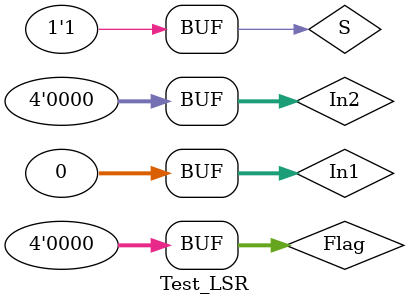
<source format=v>
module Test_LSR;	//[N, Z, C, V}]
reg [31:0] In1;
reg signed [3:0] In2;
reg S;
reg [3:0] Flag;
wire [31:0] Result;
wire [3:0] New_Flag;

initial
begin

In1=3; In2=1; Flag=4'b0000; S=1; 
#10 In1=1; In2=2; S=1; 
#10 In1=-6; In2=4; S=0;
#10 In1=32'b11111111111111111111111111111111; In2=9; S=1;
#10 In1=10; In2=10; S=1;
#10 In1=0; In2=0; S=1;
end
initial
begin
$monitor($time, " In1.=%b, In2.=%b, Result=%b, Flag=%b", In1, In2, Result, New_Flag);
end
LSR #(4) lsr(In1, In2, Result,Flag,S,New_Flag);

endmodule

//ADD add(In1, In2, Result,Flag,S,New_Flag);
</source>
